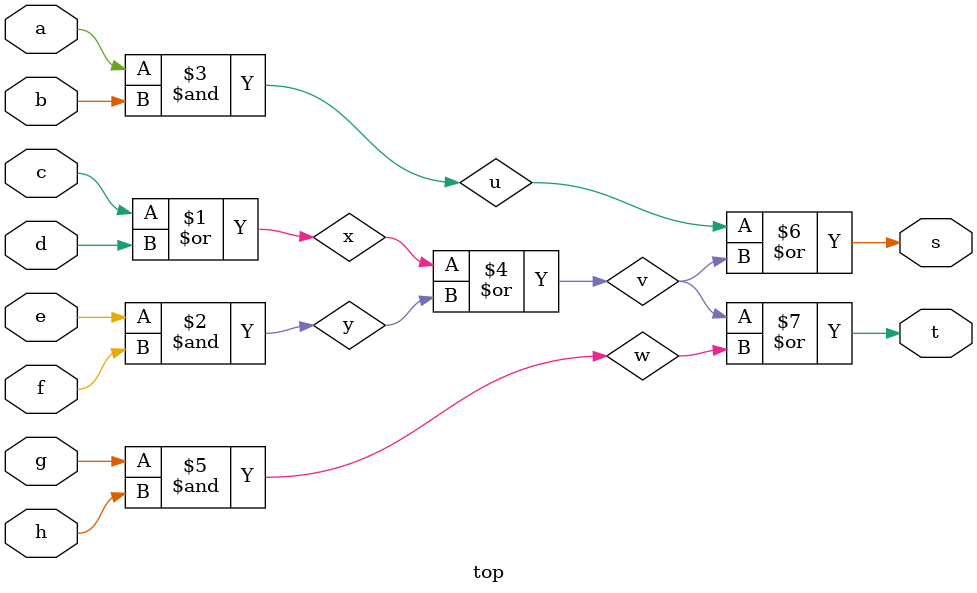
<source format=v>
module top(...);
	input a,b,c,d,e,f,g,h;
	wire x = c|d;
	wire y = e&f;
	wire u = a&b;
	wire v = x|y;
	wire w = g&h;
	output s = u|v;
	output t = v|w;
endmodule

</source>
